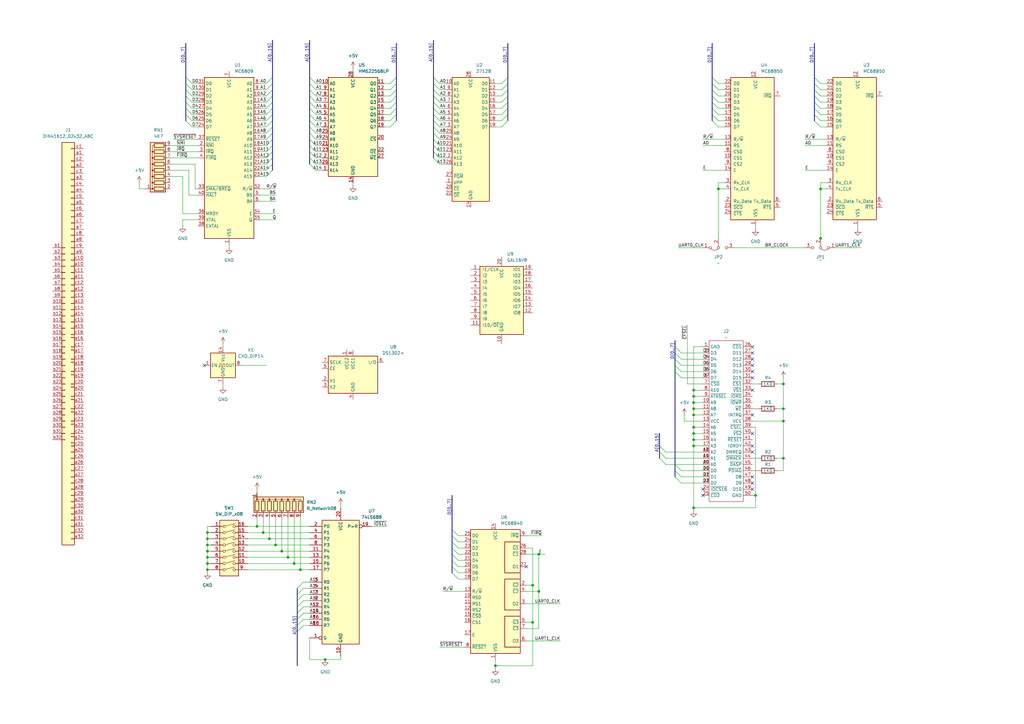
<source format=kicad_sch>
(kicad_sch (version 20231120) (generator "eeschema") (generator_version "8.0")
  (paper "A3")
  (junction (at 203.2 273.05))
  (junction (at 105.41 215.9))
  (junction (at 85.09 233.68))
  (junction (at 110.49 220.98))
  (junction (at 218.44 240.03))
  (junction (at 85.09 226.06))
  (junction (at 85.09 228.6))
  (junction (at 284.48 165.1))
  (junction (at 113.03 223.52))
  (junction (at 123.19 233.68))
  (junction (at 115.57 226.06))
  (junction (at 85.09 231.14))
  (junction (at 284.48 175.26))
  (junction (at 284.48 160.02))
  (junction (at 284.48 208.28))
  (junction (at 336.55 97.79))
  (junction (at 85.09 218.44))
  (junction (at 284.48 162.56))
  (junction (at 220.98 242.57))
  (junction (at 284.48 170.18))
  (junction (at 321.31 167.64))
  (junction (at 107.95 218.44))
  (junction (at 336.55 77.47))
  (junction (at 220.98 227.33))
  (junction (at 321.31 187.96))
  (junction (at 321.31 172.72))
  (junction (at 284.48 180.34))
  (junction (at 218.44 255.27))
  (junction (at 85.09 223.52))
  (junction (at 284.48 177.8))
  (junction (at 118.11 228.6))
  (junction (at 309.88 203.2))
  (junction (at 294.64 77.47))
  (junction (at 120.65 231.14))
  (junction (at 85.09 220.98))
  (junction (at 284.48 167.64))
  (junction (at 133.35 270.51))
  (junction (at 284.48 182.88))
  (junction (at 321.31 157.48))
  (no_connect (at 308.61 177.8))
  (no_connect (at 308.61 160.02))
  (no_connect (at 308.61 154.94))
  (no_connect (at 83.82 149.86))
  (no_connect (at 308.61 147.32))
  (no_connect (at 308.61 198.12))
  (no_connect (at 288.29 203.2))
  (no_connect (at 308.61 200.66))
  (no_connect (at 215.9 232.41))
  (no_connect (at 308.61 152.4))
  (no_connect (at 308.61 144.78))
  (no_connect (at 308.61 185.42))
  (no_connect (at 308.61 170.18))
  (no_connect (at 288.29 200.66))
  (no_connect (at 308.61 149.86))
  (no_connect (at 308.61 195.58))
  (no_connect (at 308.61 182.88))
  (no_connect (at 308.61 142.24))
  (bus_entry (at 177.8 57.15) (size 2.54 2.54))
  (bus_entry (at 334.01 36.83) (size 2.54 2.54))
  (bus_entry (at 121.92 251.46) (size 2.54 -2.54))
  (bus_entry (at 121.92 246.38) (size 2.54 -2.54))
  (bus_entry (at 121.92 259.08) (size 2.54 -2.54))
  (bus_entry (at 270.51 187.96) (size 2.54 2.54))
  (bus_entry (at 185.42 232.41) (size 2.54 2.54))
  (bus_entry (at 292.1 31.75) (size 2.54 2.54))
  (bus_entry (at 111.76 36.83) (size -2.54 2.54))
  (bus_entry (at 111.76 52.07) (size -2.54 2.54))
  (bus_entry (at 185.42 222.25) (size 2.54 2.54))
  (bus_entry (at 177.8 54.61) (size 2.54 2.54))
  (bus_entry (at 111.76 57.15) (size -2.54 2.54))
  (bus_entry (at 127 49.53) (size 2.54 2.54))
  (bus_entry (at 185.42 227.33) (size 2.54 2.54))
  (bus_entry (at 111.76 39.37) (size -2.54 2.54))
  (bus_entry (at 276.86 190.5) (size 2.54 2.54))
  (bus_entry (at 276.86 195.58) (size 2.54 2.54))
  (bus_entry (at 276.86 193.04) (size 2.54 2.54))
  (bus_entry (at 270.51 185.42) (size 2.54 2.54))
  (bus_entry (at 208.28 46.99) (size -2.54 2.54))
  (bus_entry (at 334.01 44.45) (size 2.54 2.54))
  (bus_entry (at 121.92 248.92) (size 2.54 -2.54))
  (bus_entry (at 162.56 46.99) (size -2.54 2.54))
  (bus_entry (at 177.8 46.99) (size 2.54 2.54))
  (bus_entry (at 127 54.61) (size 2.54 2.54))
  (bus_entry (at 127 31.75) (size 2.54 2.54))
  (bus_entry (at 76.2 44.45) (size 2.54 2.54))
  (bus_entry (at 292.1 39.37) (size 2.54 2.54))
  (bus_entry (at 76.2 49.53) (size 2.54 2.54))
  (bus_entry (at 208.28 39.37) (size -2.54 2.54))
  (bus_entry (at 334.01 46.99) (size 2.54 2.54))
  (bus_entry (at 208.28 41.91) (size -2.54 2.54))
  (bus_entry (at 121.92 241.3) (size 2.54 -2.54))
  (bus_entry (at 76.2 36.83) (size 2.54 2.54))
  (bus_entry (at 121.92 254) (size 2.54 -2.54))
  (bus_entry (at 292.1 46.99) (size 2.54 2.54))
  (bus_entry (at 334.01 31.75) (size 2.54 2.54))
  (bus_entry (at 76.2 31.75) (size 2.54 2.54))
  (bus_entry (at 127 59.69) (size 2.54 2.54))
  (bus_entry (at 162.56 36.83) (size -2.54 2.54))
  (bus_entry (at 162.56 44.45) (size -2.54 2.54))
  (bus_entry (at 276.86 152.4) (size 2.54 2.54))
  (bus_entry (at 162.56 31.75) (size -2.54 2.54))
  (bus_entry (at 185.42 219.71) (size 2.54 2.54))
  (bus_entry (at 162.56 49.53) (size -2.54 2.54))
  (bus_entry (at 334.01 41.91) (size 2.54 2.54))
  (bus_entry (at 127 64.77) (size 2.54 2.54))
  (bus_entry (at 111.76 67.31) (size -2.54 2.54))
  (bus_entry (at 162.56 34.29) (size -2.54 2.54))
  (bus_entry (at 111.76 69.85) (size -2.54 2.54))
  (bus_entry (at 177.8 34.29) (size 2.54 2.54))
  (bus_entry (at 177.8 36.83) (size 2.54 2.54))
  (bus_entry (at 334.01 39.37) (size 2.54 2.54))
  (bus_entry (at 111.76 41.91) (size -2.54 2.54))
  (bus_entry (at 185.42 229.87) (size 2.54 2.54))
  (bus_entry (at 111.76 64.77) (size -2.54 2.54))
  (bus_entry (at 111.76 34.29) (size -2.54 2.54))
  (bus_entry (at 162.56 41.91) (size -2.54 2.54))
  (bus_entry (at 111.76 59.69) (size -2.54 2.54))
  (bus_entry (at 208.28 36.83) (size -2.54 2.54))
  (bus_entry (at 127 46.99) (size 2.54 2.54))
  (bus_entry (at 111.76 49.53) (size -2.54 2.54))
  (bus_entry (at 111.76 62.23) (size -2.54 2.54))
  (bus_entry (at 270.51 182.88) (size 2.54 2.54))
  (bus_entry (at 121.92 256.54) (size 2.54 -2.54))
  (bus_entry (at 292.1 44.45) (size 2.54 2.54))
  (bus_entry (at 76.2 39.37) (size 2.54 2.54))
  (bus_entry (at 127 34.29) (size 2.54 2.54))
  (bus_entry (at 292.1 49.53) (size 2.54 2.54))
  (bus_entry (at 162.56 39.37) (size -2.54 2.54))
  (bus_entry (at 111.76 31.75) (size -2.54 2.54))
  (bus_entry (at 76.2 34.29) (size 2.54 2.54))
  (bus_entry (at 121.92 243.84) (size 2.54 -2.54))
  (bus_entry (at 185.42 224.79) (size 2.54 2.54))
  (bus_entry (at 334.01 34.29) (size 2.54 2.54))
  (bus_entry (at 208.28 44.45) (size -2.54 2.54))
  (bus_entry (at 177.8 64.77) (size 2.54 2.54))
  (bus_entry (at 334.01 49.53) (size 2.54 2.54))
  (bus_entry (at 208.28 31.75) (size -2.54 2.54))
  (bus_entry (at 177.8 41.91) (size 2.54 2.54))
  (bus_entry (at 127 52.07) (size 2.54 2.54))
  (bus_entry (at 177.8 62.23) (size 2.54 2.54))
  (bus_entry (at 127 41.91) (size 2.54 2.54))
  (bus_entry (at 127 57.15) (size 2.54 2.54))
  (bus_entry (at 127 39.37) (size 2.54 2.54))
  (bus_entry (at 111.76 46.99) (size -2.54 2.54))
  (bus_entry (at 276.86 149.86) (size 2.54 2.54))
  (bus_entry (at 127 67.31) (size 2.54 2.54))
  (bus_entry (at 127 62.23) (size 2.54 2.54))
  (bus_entry (at 111.76 44.45) (size -2.54 2.54))
  (bus_entry (at 292.1 36.83) (size 2.54 2.54))
  (bus_entry (at 185.42 217.17) (size 2.54 2.54))
  (bus_entry (at 177.8 59.69) (size 2.54 2.54))
  (bus_entry (at 127 44.45) (size 2.54 2.54))
  (bus_entry (at 177.8 52.07) (size 2.54 2.54))
  (bus_entry (at 208.28 49.53) (size -2.54 2.54))
  (bus_entry (at 111.76 54.61) (size -2.54 2.54))
  (bus_entry (at 127 36.83) (size 2.54 2.54))
  (bus_entry (at 177.8 49.53) (size 2.54 2.54))
  (bus_entry (at 185.42 234.95) (size 2.54 2.54))
  (bus_entry (at 208.28 34.29) (size -2.54 2.54))
  (bus_entry (at 276.86 144.78) (size 2.54 2.54))
  (bus_entry (at 177.8 39.37) (size 2.54 2.54))
  (bus_entry (at 177.8 31.75) (size 2.54 2.54))
  (bus_entry (at 76.2 41.91) (size 2.54 2.54))
  (bus_entry (at 76.2 46.99) (size 2.54 2.54))
  (bus_entry (at 276.86 147.32) (size 2.54 2.54))
  (bus_entry (at 276.86 142.24) (size 2.54 2.54))
  (bus_entry (at 177.8 44.45) (size 2.54 2.54))
  (bus_entry (at 292.1 41.91) (size 2.54 2.54))
  (bus_entry (at 292.1 34.29) (size 2.54 2.54))
  (wire (pts (xy 74.93 92.71) (xy 74.93 90.17)))
  (wire (pts (xy 78.74 44.45) (xy 81.28 44.45)))
  (bus (pts (xy 121.92 256.54) (xy 121.92 259.08)))
  (wire (pts (xy 106.68 59.69) (xy 109.22 59.69)))
  (bus (pts (xy 292.1 46.99) (xy 292.1 49.53)))
  (wire (pts (xy 284.48 165.1) (xy 288.29 165.1)))
  (wire (pts (xy 336.55 49.53) (xy 339.09 49.53)))
  (wire (pts (xy 132.08 59.69) (xy 129.54 59.69)))
  (wire (pts (xy 139.7 269.24) (xy 139.7 270.51)))
  (bus (pts (xy 185.42 227.33) (xy 185.42 229.87)))
  (bus (pts (xy 334.01 17.78) (xy 334.01 31.75)))
  (bus (pts (xy 185.42 222.25) (xy 185.42 224.79)))
  (wire (pts (xy 106.68 87.63) (xy 113.03 87.63)))
  (wire (pts (xy 120.65 231.14) (xy 127 231.14)))
  (wire (pts (xy 187.96 232.41) (xy 190.5 232.41)))
  (wire (pts (xy 278.13 101.6) (xy 288.29 101.6)))
  (wire (pts (xy 106.68 46.99) (xy 109.22 46.99)))
  (wire (pts (xy 309.88 175.26) (xy 309.88 203.2)))
  (wire (pts (xy 336.55 36.83) (xy 339.09 36.83)))
  (bus (pts (xy 185.42 217.17) (xy 185.42 219.71)))
  (wire (pts (xy 105.41 215.9) (xy 127 215.9)))
  (bus (pts (xy 76.2 41.91) (xy 76.2 44.45)))
  (wire (pts (xy 127 270.51) (xy 133.35 270.51)))
  (wire (pts (xy 294.64 74.93) (xy 294.64 77.47)))
  (wire (pts (xy 321.31 157.48) (xy 321.31 167.64)))
  (wire (pts (xy 115.57 212.09) (xy 115.57 226.06)))
  (wire (pts (xy 132.08 52.07) (xy 129.54 52.07)))
  (wire (pts (xy 132.08 49.53) (xy 129.54 49.53)))
  (wire (pts (xy 203.2 270.51) (xy 203.2 273.05)))
  (wire (pts (xy 118.11 228.6) (xy 127 228.6)))
  (wire (pts (xy 57.15 74.93) (xy 57.15 77.47)))
  (wire (pts (xy 294.64 34.29) (xy 297.18 34.29)))
  (wire (pts (xy 308.61 187.96) (xy 311.15 187.96)))
  (wire (pts (xy 123.19 212.09) (xy 123.19 233.68)))
  (wire (pts (xy 74.93 87.63) (xy 81.28 87.63)))
  (bus (pts (xy 276.86 139.7) (xy 276.86 142.24)))
  (bus (pts (xy 111.76 59.69) (xy 111.76 62.23)))
  (bus (pts (xy 177.8 59.69) (xy 177.8 62.23)))
  (bus (pts (xy 162.56 34.29) (xy 162.56 36.83)))
  (wire (pts (xy 336.55 74.93) (xy 336.55 77.47)))
  (bus (pts (xy 276.86 142.24) (xy 276.86 144.78)))
  (bus (pts (xy 292.1 34.29) (xy 292.1 36.83)))
  (bus (pts (xy 121.92 251.46) (xy 121.92 254)))
  (wire (pts (xy 284.48 175.26) (xy 288.29 175.26)))
  (wire (pts (xy 69.85 72.39) (xy 74.93 72.39)))
  (wire (pts (xy 80.01 67.31) (xy 80.01 77.47)))
  (wire (pts (xy 74.93 90.17) (xy 81.28 90.17)))
  (wire (pts (xy 71.12 57.15) (xy 81.28 57.15)))
  (wire (pts (xy 182.88 46.99) (xy 180.34 46.99)))
  (wire (pts (xy 101.6 223.52) (xy 113.03 223.52)))
  (wire (pts (xy 78.74 39.37) (xy 81.28 39.37)))
  (wire (pts (xy 220.98 227.33) (xy 223.52 227.33)))
  (wire (pts (xy 297.18 74.93) (xy 294.64 74.93)))
  (wire (pts (xy 101.6 218.44) (xy 107.95 218.44)))
  (bus (pts (xy 334.01 41.91) (xy 334.01 44.45)))
  (wire (pts (xy 342.9 101.6) (xy 353.06 101.6)))
  (wire (pts (xy 321.31 167.64) (xy 321.31 172.72)))
  (bus (pts (xy 121.92 241.3) (xy 121.92 243.84)))
  (bus (pts (xy 292.1 44.45) (xy 292.1 46.99)))
  (wire (pts (xy 124.46 243.84) (xy 127 243.84)))
  (wire (pts (xy 77.47 80.01) (xy 81.28 80.01)))
  (bus (pts (xy 111.76 44.45) (xy 111.76 46.99)))
  (wire (pts (xy 279.4 152.4) (xy 288.29 152.4)))
  (wire (pts (xy 279.4 193.04) (xy 288.29 193.04)))
  (wire (pts (xy 78.74 36.83) (xy 81.28 36.83)))
  (wire (pts (xy 132.08 39.37) (xy 129.54 39.37)))
  (wire (pts (xy 218.44 273.05) (xy 203.2 273.05)))
  (bus (pts (xy 208.28 44.45) (xy 208.28 46.99)))
  (wire (pts (xy 85.09 228.6) (xy 86.36 228.6)))
  (bus (pts (xy 111.76 49.53) (xy 111.76 52.07)))
  (bus (pts (xy 208.28 41.91) (xy 208.28 44.45)))
  (wire (pts (xy 273.05 187.96) (xy 288.29 187.96)))
  (wire (pts (xy 113.03 212.09) (xy 113.03 223.52)))
  (wire (pts (xy 309.88 203.2) (xy 309.88 208.28)))
  (bus (pts (xy 127 59.69) (xy 127 62.23)))
  (wire (pts (xy 336.55 34.29) (xy 339.09 34.29)))
  (wire (pts (xy 107.95 218.44) (xy 127 218.44)))
  (bus (pts (xy 111.76 57.15) (xy 111.76 59.69)))
  (wire (pts (xy 330.2 59.69) (xy 339.09 59.69)))
  (wire (pts (xy 321.31 154.94) (xy 321.31 157.48)))
  (bus (pts (xy 76.2 44.45) (xy 76.2 46.99)))
  (wire (pts (xy 351.79 92.71) (xy 351.79 93.98)))
  (bus (pts (xy 292.1 36.83) (xy 292.1 39.37)))
  (wire (pts (xy 205.74 36.83) (xy 203.2 36.83)))
  (wire (pts (xy 205.74 44.45) (xy 203.2 44.45)))
  (wire (pts (xy 152.4 215.9) (xy 158.75 215.9)))
  (wire (pts (xy 218.44 240.03) (xy 218.44 224.79)))
  (bus (pts (xy 111.76 41.91) (xy 111.76 44.45)))
  (bus (pts (xy 127 57.15) (xy 127 59.69)))
  (wire (pts (xy 69.85 69.85) (xy 77.47 69.85)))
  (bus (pts (xy 276.86 193.04) (xy 276.86 195.58)))
  (wire (pts (xy 205.74 49.53) (xy 203.2 49.53)))
  (wire (pts (xy 132.08 62.23) (xy 129.54 62.23)))
  (wire (pts (xy 182.88 36.83) (xy 180.34 36.83)))
  (wire (pts (xy 294.64 41.91) (xy 297.18 41.91)))
  (bus (pts (xy 270.51 182.88) (xy 270.51 185.42)))
  (bus (pts (xy 292.1 39.37) (xy 292.1 41.91)))
  (wire (pts (xy 160.02 52.07) (xy 157.48 52.07)))
  (bus (pts (xy 208.28 34.29) (xy 208.28 36.83)))
  (wire (pts (xy 336.55 46.99) (xy 339.09 46.99)))
  (wire (pts (xy 273.05 185.42) (xy 288.29 185.42)))
  (wire (pts (xy 321.31 187.96) (xy 321.31 193.04)))
  (bus (pts (xy 292.1 17.78) (xy 292.1 31.75)))
  (wire (pts (xy 284.48 165.1) (xy 284.48 167.64)))
  (wire (pts (xy 284.48 162.56) (xy 284.48 165.1)))
  (wire (pts (xy 69.85 64.77) (xy 81.28 64.77)))
  (bus (pts (xy 111.76 52.07) (xy 111.76 54.61)))
  (wire (pts (xy 284.48 160.02) (xy 284.48 162.56)))
  (wire (pts (xy 187.96 237.49) (xy 190.5 237.49)))
  (bus (pts (xy 292.1 41.91) (xy 292.1 44.45)))
  (bus (pts (xy 292.1 31.75) (xy 292.1 34.29)))
  (wire (pts (xy 69.85 67.31) (xy 80.01 67.31)))
  (wire (pts (xy 336.55 39.37) (xy 339.09 39.37)))
  (wire (pts (xy 85.09 223.52) (xy 86.36 223.52)))
  (wire (pts (xy 133.35 270.51) (xy 139.7 270.51)))
  (bus (pts (xy 185.42 219.71) (xy 185.42 222.25)))
  (wire (pts (xy 187.96 229.87) (xy 190.5 229.87)))
  (wire (pts (xy 300.99 101.6) (xy 330.2 101.6)))
  (bus (pts (xy 127 64.77) (xy 127 67.31)))
  (wire (pts (xy 288.29 69.85) (xy 297.18 69.85)))
  (wire (pts (xy 57.15 77.47) (xy 59.69 77.47)))
  (wire (pts (xy 182.88 57.15) (xy 180.34 57.15)))
  (wire (pts (xy 124.46 256.54) (xy 127 256.54)))
  (wire (pts (xy 294.64 77.47) (xy 294.64 97.79)))
  (wire (pts (xy 284.48 175.26) (xy 284.48 177.8)))
  (bus (pts (xy 177.8 16.51) (xy 177.8 31.75)))
  (wire (pts (xy 85.09 218.44) (xy 85.09 220.98)))
  (wire (pts (xy 215.9 219.71) (xy 222.25 219.71)))
  (wire (pts (xy 215.9 242.57) (xy 220.98 242.57)))
  (wire (pts (xy 308.61 193.04) (xy 311.15 193.04)))
  (wire (pts (xy 85.09 233.68) (xy 86.36 233.68)))
  (wire (pts (xy 78.74 34.29) (xy 81.28 34.29)))
  (wire (pts (xy 85.09 215.9) (xy 85.09 218.44)))
  (wire (pts (xy 205.74 34.29) (xy 203.2 34.29)))
  (wire (pts (xy 308.61 175.26) (xy 309.88 175.26)))
  (wire (pts (xy 106.68 77.47) (xy 113.03 77.47)))
  (wire (pts (xy 124.46 251.46) (xy 127 251.46)))
  (bus (pts (xy 127 54.61) (xy 127 57.15)))
  (wire (pts (xy 308.61 167.64) (xy 311.15 167.64)))
  (wire (pts (xy 205.74 41.91) (xy 203.2 41.91)))
  (wire (pts (xy 85.09 218.44) (xy 86.36 218.44)))
  (wire (pts (xy 205.74 46.99) (xy 203.2 46.99)))
  (wire (pts (xy 284.48 170.18) (xy 284.48 175.26)))
  (wire (pts (xy 187.96 227.33) (xy 190.5 227.33)))
  (wire (pts (xy 85.09 233.68) (xy 85.09 234.95)))
  (wire (pts (xy 132.08 36.83) (xy 129.54 36.83)))
  (bus (pts (xy 208.28 17.78) (xy 208.28 31.75)))
  (wire (pts (xy 308.61 172.72) (xy 321.31 172.72)))
  (wire (pts (xy 93.98 100.33) (xy 93.98 101.6)))
  (wire (pts (xy 106.68 64.77) (xy 109.22 64.77)))
  (wire (pts (xy 160.02 44.45) (xy 157.48 44.45)))
  (wire (pts (xy 203.2 273.05) (xy 203.2 274.32)))
  (bus (pts (xy 270.51 185.42) (xy 270.51 187.96)))
  (bus (pts (xy 276.86 190.5) (xy 276.86 193.04)))
  (wire (pts (xy 132.08 57.15) (xy 129.54 57.15)))
  (wire (pts (xy 85.09 231.14) (xy 86.36 231.14)))
  (wire (pts (xy 85.09 228.6) (xy 85.09 231.14)))
  (wire (pts (xy 86.36 215.9) (xy 85.09 215.9)))
  (wire (pts (xy 284.48 142.24) (xy 284.48 160.02)))
  (wire (pts (xy 78.74 46.99) (xy 81.28 46.99)))
  (bus (pts (xy 276.86 152.4) (xy 276.86 190.5)))
  (wire (pts (xy 218.44 255.27) (xy 218.44 273.05)))
  (wire (pts (xy 279.4 198.12) (xy 288.29 198.12)))
  (wire (pts (xy 132.08 69.85) (xy 129.54 69.85)))
  (wire (pts (xy 91.44 140.97) (xy 91.44 142.24)))
  (wire (pts (xy 182.88 64.77) (xy 180.34 64.77)))
  (wire (pts (xy 336.55 77.47) (xy 336.55 97.79)))
  (wire (pts (xy 187.96 224.79) (xy 190.5 224.79)))
  (wire (pts (xy 218.44 224.79) (xy 215.9 224.79)))
  (bus (pts (xy 76.2 31.75) (xy 76.2 34.29)))
  (wire (pts (xy 284.48 177.8) (xy 284.48 180.34)))
  (bus (pts (xy 76.2 17.78) (xy 76.2 31.75)))
  (wire (pts (xy 284.48 177.8) (xy 288.29 177.8)))
  (wire (pts (xy 91.44 157.48) (xy 91.44 158.75)))
  (wire (pts (xy 339.09 74.93) (xy 336.55 74.93)))
  (wire (pts (xy 124.46 241.3) (xy 127 241.3)))
  (bus (pts (xy 334.01 36.83) (xy 334.01 39.37)))
  (wire (pts (xy 336.55 52.07) (xy 339.09 52.07)))
  (bus (pts (xy 177.8 54.61) (xy 177.8 57.15)))
  (wire (pts (xy 318.77 187.96) (xy 321.31 187.96)))
  (wire (pts (xy 215.9 227.33) (xy 220.98 227.33)))
  (wire (pts (xy 284.48 167.64) (xy 288.29 167.64)))
  (wire (pts (xy 284.48 162.56) (xy 288.29 162.56)))
  (bus (pts (xy 127 52.07) (xy 127 54.61)))
  (wire (pts (xy 160.02 49.53) (xy 157.48 49.53)))
  (wire (pts (xy 132.08 44.45) (xy 129.54 44.45)))
  (bus (pts (xy 334.01 46.99) (xy 334.01 49.53)))
  (wire (pts (xy 182.88 59.69) (xy 180.34 59.69)))
  (wire (pts (xy 182.88 44.45) (xy 180.34 44.45)))
  (wire (pts (xy 132.08 34.29) (xy 129.54 34.29)))
  (wire (pts (xy 106.68 44.45) (xy 109.22 44.45)))
  (wire (pts (xy 288.29 57.15) (xy 297.18 57.15)))
  (wire (pts (xy 276.86 190.5) (xy 288.29 190.5)))
  (wire (pts (xy 182.88 52.07) (xy 180.34 52.07)))
  (wire (pts (xy 120.65 212.09) (xy 120.65 231.14)))
  (wire (pts (xy 288.29 160.02) (xy 284.48 160.02)))
  (wire (pts (xy 78.74 49.53) (xy 81.28 49.53)))
  (bus (pts (xy 127 16.51) (xy 127 31.75)))
  (bus (pts (xy 127 34.29) (xy 127 36.83)))
  (wire (pts (xy 78.74 41.91) (xy 81.28 41.91)))
  (bus (pts (xy 121.92 248.92) (xy 121.92 251.46)))
  (wire (pts (xy 218.44 240.03) (xy 218.44 255.27)))
  (bus (pts (xy 177.8 44.45) (xy 177.8 46.99)))
  (wire (pts (xy 132.08 46.99) (xy 129.54 46.99)))
  (wire (pts (xy 80.01 77.47) (xy 81.28 77.47)))
  (wire (pts (xy 187.96 234.95) (xy 190.5 234.95)))
  (wire (pts (xy 182.88 41.91) (xy 180.34 41.91)))
  (wire (pts (xy 182.88 54.61) (xy 180.34 54.61)))
  (wire (pts (xy 113.03 223.52) (xy 127 223.52)))
  (wire (pts (xy 132.08 54.61) (xy 129.54 54.61)))
  (wire (pts (xy 281.94 133.35) (xy 281.94 157.48)))
  (wire (pts (xy 288.29 182.88) (xy 284.48 182.88)))
  (wire (pts (xy 101.6 233.68) (xy 123.19 233.68)))
  (wire (pts (xy 181.61 242.57) (xy 190.5 242.57)))
  (wire (pts (xy 279.4 147.32) (xy 288.29 147.32)))
  (bus (pts (xy 276.86 144.78) (xy 276.86 147.32)))
  (bus (pts (xy 177.8 57.15) (xy 177.8 59.69)))
  (bus (pts (xy 208.28 36.83) (xy 208.28 39.37)))
  (wire (pts (xy 284.48 182.88) (xy 284.48 208.28)))
  (wire (pts (xy 124.46 248.92) (xy 127 248.92)))
  (wire (pts (xy 205.74 39.37) (xy 203.2 39.37)))
  (wire (pts (xy 294.64 77.47) (xy 297.18 77.47)))
  (wire (pts (xy 115.57 226.06) (xy 127 226.06)))
  (bus (pts (xy 127 36.83) (xy 127 39.37)))
  (wire (pts (xy 160.02 41.91) (xy 157.48 41.91)))
  (wire (pts (xy 180.34 265.43) (xy 190.5 265.43)))
  (wire (pts (xy 220.98 227.33) (xy 220.98 242.57)))
  (bus (pts (xy 111.76 34.29) (xy 111.76 36.83)))
  (bus (pts (xy 111.76 54.61) (xy 111.76 57.15)))
  (bus (pts (xy 111.76 46.99) (xy 111.76 49.53)))
  (wire (pts (xy 77.47 69.85) (xy 77.47 80.01)))
  (bus (pts (xy 162.56 39.37) (xy 162.56 41.91)))
  (wire (pts (xy 160.02 36.83) (xy 157.48 36.83)))
  (wire (pts (xy 309.88 208.28) (xy 284.48 208.28)))
  (wire (pts (xy 284.48 167.64) (xy 284.48 170.18)))
  (wire (pts (xy 276.86 149.86) (xy 276.86 152.4)))
  (bus (pts (xy 76.2 34.29) (xy 76.2 36.83)))
  (bus (pts (xy 208.28 39.37) (xy 208.28 41.91)))
  (bus (pts (xy 111.76 31.75) (xy 111.76 34.29)))
  (wire (pts (xy 106.68 90.17) (xy 113.03 90.17)))
  (bus (pts (xy 127 62.23) (xy 127 64.77)))
  (wire (pts (xy 182.88 49.53) (xy 180.34 49.53)))
  (bus (pts (xy 177.8 62.23) (xy 177.8 64.77)))
  (wire (pts (xy 85.09 231.14) (xy 85.09 233.68)))
  (wire (pts (xy 336.55 97.79) (xy 336.55 99.06)))
  (bus (pts (xy 162.56 44.45) (xy 162.56 46.99)))
  (bus (pts (xy 270.51 177.8) (xy 270.51 182.88)))
  (wire (pts (xy 139.7 207.01) (xy 139.7 208.28)))
  (wire (pts (xy 144.78 74.93) (xy 144.78 76.2)))
  (wire (pts (xy 284.48 180.34) (xy 284.48 182.88)))
  (wire (pts (xy 106.68 62.23) (xy 109.22 62.23)))
  (bus (pts (xy 177.8 34.29) (xy 177.8 36.83)))
  (wire (pts (xy 106.68 34.29) (xy 109.22 34.29)))
  (wire (pts (xy 336.55 44.45) (xy 339.09 44.45)))
  (wire (pts (xy 330.2 57.15) (xy 339.09 57.15)))
  (bus (pts (xy 121.92 246.38) (xy 121.92 248.92)))
  (wire (pts (xy 106.68 49.53) (xy 109.22 49.53)))
  (bus (pts (xy 208.28 31.75) (xy 208.28 34.29)))
  (wire (pts (xy 308.61 203.2) (xy 309.88 203.2)))
  (wire (pts (xy 187.96 219.71) (xy 190.5 219.71)))
  (bus (pts (xy 177.8 36.83) (xy 177.8 39.37)))
  (wire (pts (xy 280.67 172.72) (xy 288.29 172.72)))
  (wire (pts (xy 99.06 149.86) (xy 109.22 149.86)))
  (wire (pts (xy 288.29 59.69) (xy 297.18 59.69)))
  (wire (pts (xy 321.31 193.04) (xy 318.77 193.04)))
  (wire (pts (xy 132.08 41.91) (xy 129.54 41.91)))
  (wire (pts (xy 110.49 212.09) (xy 110.49 220.98)))
  (wire (pts (xy 106.68 54.61) (xy 109.22 54.61)))
  (wire (pts (xy 336.55 77.47) (xy 339.09 77.47)))
  (wire (pts (xy 132.08 67.31) (xy 129.54 67.31)))
  (wire (pts (xy 78.74 52.07) (xy 81.28 52.07)))
  (wire (pts (xy 123.19 233.68) (xy 127 233.68)))
  (wire (pts (xy 182.88 39.37) (xy 180.34 39.37)))
  (wire (pts (xy 294.64 39.37) (xy 297.18 39.37)))
  (bus (pts (xy 121.92 254) (xy 121.92 256.54)))
  (wire (pts (xy 279.4 149.86) (xy 288.29 149.86)))
  (bus (pts (xy 177.8 52.07) (xy 177.8 54.61)))
  (bus (pts (xy 334.01 39.37) (xy 334.01 41.91)))
  (wire (pts (xy 294.64 46.99) (xy 297.18 46.99)))
  (bus (pts (xy 177.8 49.53) (xy 177.8 52.07)))
  (bus (pts (xy 162.56 46.99) (xy 162.56 49.53)))
  (bus (pts (xy 76.2 36.83) (xy 76.2 39.37)))
  (bus (pts (xy 334.01 44.45) (xy 334.01 46.99)))
  (wire (pts (xy 101.6 228.6) (xy 118.11 228.6)))
  (bus (pts (xy 127 49.53) (xy 127 52.07)))
  (wire (pts (xy 308.61 157.48) (xy 311.15 157.48)))
  (bus (pts (xy 127 44.45) (xy 127 46.99)))
  (bus (pts (xy 208.28 46.99) (xy 208.28 49.53)))
  (bus (pts (xy 185.42 224.79) (xy 185.42 227.33)))
  (wire (pts (xy 106.68 57.15) (xy 109.22 57.15)))
  (wire (pts (xy 182.88 34.29) (xy 180.34 34.29)))
  (wire (pts (xy 69.85 59.69) (xy 81.28 59.69)))
  (bus (pts (xy 127 31.75) (xy 127 34.29)))
  (wire (pts (xy 284.48 170.18) (xy 288.29 170.18)))
  (bus (pts (xy 121.92 243.84) (xy 121.92 246.38)))
  (wire (pts (xy 124.46 246.38) (xy 127 246.38)))
  (wire (pts (xy 182.88 67.31) (xy 180.34 67.31)))
  (bus (pts (xy 111.76 39.37) (xy 111.76 41.91)))
  (bus (pts (xy 185.42 232.41) (xy 185.42 234.95)))
  (bus (pts (xy 76.2 46.99) (xy 76.2 49.53)))
  (wire (pts (xy 205.74 52.07) (xy 203.2 52.07)))
  (wire (pts (xy 273.05 190.5) (xy 276.86 190.5)))
  (wire (pts (xy 276.86 152.4) (xy 276.86 157.48)))
  (wire (pts (xy 215.9 240.03) (xy 218.44 240.03)))
  (wire (pts (xy 330.2 69.85) (xy 339.09 69.85)))
  (wire (pts (xy 105.41 212.09) (xy 105.41 215.9)))
  (wire (pts (xy 106.68 80.01) (xy 113.03 80.01)))
  (wire (pts (xy 132.08 64.77) (xy 129.54 64.77)))
  (bus (pts (xy 177.8 41.91) (xy 177.8 44.45)))
  (wire (pts (xy 220.98 242.57) (xy 220.98 257.81)))
  (wire (pts (xy 124.46 238.76) (xy 127 238.76)))
  (bus (pts (xy 111.76 36.83) (xy 111.76 39.37)))
  (wire (pts (xy 160.02 46.99) (xy 157.48 46.99)))
  (wire (pts (xy 101.6 220.98) (xy 110.49 220.98)))
  (wire (pts (xy 294.64 36.83) (xy 297.18 36.83)))
  (wire (pts (xy 105.41 200.66) (xy 105.41 201.93)))
  (wire (pts (xy 101.6 226.06) (xy 115.57 226.06)))
  (wire (pts (xy 160.02 34.29) (xy 157.48 34.29)))
  (wire (pts (xy 106.68 52.07) (xy 109.22 52.07)))
  (bus (pts (xy 276.86 149.86) (xy 276.86 152.4)))
  (wire (pts (xy 215.9 262.89) (xy 229.87 262.89)))
  (bus (pts (xy 162.56 36.83) (xy 162.56 39.37)))
  (bus (pts (xy 76.2 39.37) (xy 76.2 41.91)))
  (wire (pts (xy 336.55 41.91) (xy 339.09 41.91)))
  (wire (pts (xy 294.64 49.53) (xy 297.18 49.53)))
  (wire (pts (xy 284.48 180.34) (xy 288.29 180.34)))
  (bus (pts (xy 177.8 31.75) (xy 177.8 34.29)))
  (wire (pts (xy 309.88 92.71) (xy 309.88 93.98)))
  (bus (pts (xy 185.42 229.87) (xy 185.42 232.41)))
  (wire (pts (xy 288.29 142.24) (xy 284.48 142.24)))
  (wire (pts (xy 69.85 62.23) (xy 81.28 62.23)))
  (wire (pts (xy 288.29 157.48) (xy 281.94 157.48)))
  (wire (pts (xy 106.68 72.39) (xy 109.22 72.39)))
  (wire (pts (xy 182.88 62.23) (xy 180.34 62.23)))
  (wire (pts (xy 106.68 69.85) (xy 109.22 69.85)))
  (bus (pts (xy 334.01 31.75) (xy 334.01 34.29)))
  (bus (pts (xy 162.56 17.78) (xy 162.56 31.75)))
  (wire (pts (xy 85.09 226.06) (xy 86.36 226.06)))
  (wire (pts (xy 106.68 82.55) (xy 113.03 82.55)))
  (bus (pts (xy 111.76 64.77) (xy 111.76 67.31)))
  (wire (pts (xy 280.67 170.18) (xy 280.67 172.72)))
  (wire (pts (xy 321.31 172.72) (xy 321.31 187.96)))
  (bus (pts (xy 276.86 147.32) (xy 276.86 149.86)))
  (wire (pts (xy 106.68 36.83) (xy 109.22 36.83)))
  (wire (pts (xy 85.09 220.98) (xy 86.36 220.98)))
  (bus (pts (xy 162.56 41.91) (xy 162.56 44.45)))
  (wire (pts (xy 284.48 208.28) (xy 284.48 209.55)))
  (wire (pts (xy 74.93 72.39) (xy 74.93 87.63)))
  (wire (pts (xy 279.4 144.78) (xy 288.29 144.78)))
  (bus (pts (xy 127 41.91) (xy 127 44.45)))
  (wire (pts (xy 106.68 41.91) (xy 109.22 41.91)))
  (bus (pts (xy 177.8 39.37) (xy 177.8 41.91)))
  (wire (pts (xy 85.09 220.98) (xy 85.09 223.52)))
  (wire (pts (xy 276.86 147.32) (xy 276.86 149.86)))
  (bus (pts (xy 127 46.99) (xy 127 49.53)))
  (wire (pts (xy 101.6 231.14) (xy 120.65 231.14)))
  (bus (pts (xy 127 39.37) (xy 127 41.91)))
  (wire (pts (xy 318.77 167.64) (xy 321.31 167.64)))
  (wire (pts (xy 318.77 157.48) (xy 321.31 157.48)))
  (wire (pts (xy 118.11 212.09) (xy 118.11 228.6)))
  (wire (pts (xy 279.4 195.58) (xy 288.29 195.58)))
  (bus (pts (xy 121.92 259.08) (xy 121.92 273.05)))
  (wire (pts (xy 144.78 27.94) (xy 144.78 29.21)))
  (wire (pts (xy 187.96 222.25) (xy 190.5 222.25)))
  (wire (pts (xy 294.64 44.45) (xy 297.18 44.45)))
  (wire (pts (xy 279.4 154.94) (xy 288.29 154.94)))
  (wire (pts (xy 110.49 220.98) (xy 127 220.98)))
  (wire (pts (xy 160.02 39.37) (xy 157.48 39.37)))
  (wire (pts (xy 106.68 39.37) (xy 109.22 39.37)))
  (bus (pts (xy 111.76 62.23) (xy 111.76 64.77)))
  (bus (pts (xy 185.42 203.2) (xy 185.42 217.17)))
  (wire (pts (xy 124.46 254) (xy 127 254)))
  (wire (pts (xy 215.9 255.27) (xy 218.44 255.27)))
  (bus (pts (xy 334.01 34.29) (xy 334.01 36.83)))
  (bus (pts (xy 111.76 16.51) (xy 111.76 31.75)))
  (wire (pts (xy 294.64 52.07) (xy 297.18 52.07)))
  (wire (pts (xy 106.68 67.31) (xy 109.22 67.31)))
  (wire (pts (xy 85.09 226.06) (xy 85.09 228.6)))
  (wire (pts (xy 220.98 257.81) (xy 215.9 257.81)))
  (wire (pts (xy 127 261.62) (xy 127 270.51)))
  (wire (pts (xy 85.09 223.52) (xy 85.09 226.06)))
  (wire (pts (xy 107.95 212.09) (xy 107.95 218.44)))
  (wire (pts (xy 101.6 215.9) (xy 105.41 215.9)))
  (wire (pts (xy 215.9 247.65) (xy 229.87 247.65)))
  (bus (pts (xy 111.76 67.31) (xy 111.76 69.85)))
  (bus (pts (xy 177.8 46.99) (xy 177.8 49.53)))
  (bus (pts (xy 162.56 31.75) (xy 162.56 34.29)))
  (label "A8" (at 182.88 54.61 180))
  (label "A11" (at 132.08 62.23 180))
  (label "A0" (at 288.29 190.5 0))
  (label "R{slash}~{W}" (at 181.61 242.57 0))
  (label "A1" (at 288.29 187.96 0))
  (label "A9" (at 182.88 57.15 180))
  (label "D2" (at 78.74 39.37 0))
  (label "A12" (at 132.08 64.77 180))
  (label "A11" (at 106.68 62.23 0))
  (label "A12" (at 182.88 64.77 180))
  (label "A2" (at 132.08 39.37 180))
  (label "~{IOSEL}" (at 158.75 215.9 180))
  (label "D6" (at 78.74 49.53 0))
  (label "A0" (at 288.29 59.69 0))
  (label "A[0..15]" (at 177.8 25.4 90))
  (label "R{slash}~{W}" (at 109.22 77.47 0))
  (label "A0" (at 182.88 34.29 180))
  (label "D3" (at 288.29 144.78 0))
  (label "A9" (at 132.08 57.15 180))
  (label "A13" (at 106.68 67.31 0))
  (label "D5" (at 288.29 149.86 0))
  (label "A8" (at 132.08 54.61 180))
  (label "E" (at 111.76 87.63 0))
  (label "A7" (at 106.68 52.07 0))
  (label "D4" (at 78.74 44.45 0))
  (label "A4" (at 182.88 44.45 180))
  (label "D[0..7]" (at 292.1 19.05 270))
  (label "A0" (at 330.2 59.69 0))
  (label "E" (at 288.29 69.85 0))
  (label "UART1_CLK" (at 229.87 262.89 180))
  (label "A8" (at 106.68 54.61 0))
  (label "E" (at 222.25 227.33 180))
  (label "Q" (at 111.76 90.17 0))
  (label "UART0_CLK" (at 229.87 247.65 180))
  (label "A9" (at 106.68 57.15 0))
  (label "D[0..7]" (at 208.28 19.05 270))
  (label "A15" (at 127 238.76 0))
  (label "R{slash}~{W}" (at 330.2 57.15 0))
  (label "A8" (at 127 256.54 0))
  (label "D7" (at 288.29 154.94 0))
  (label "A15" (at 106.68 72.39 0))
  (label "BS" (at 110.49 80.01 0))
  (label "D1" (at 78.74 36.83 0))
  (label "D1" (at 288.29 195.58 0))
  (label "A13" (at 127 243.84 0))
  (label "UART0_CLK" (at 278.13 101.6 0))
  (label "BA" (at 110.49 82.55 0))
  (label "A1" (at 182.88 36.83 180))
  (label "A4" (at 132.08 44.45 180))
  (label "D6" (at 288.29 152.4 0))
  (label "D0" (at 288.29 193.04 0))
  (label "D5" (at 78.74 46.99 0))
  (label "D4" (at 288.29 147.32 0))
  (label "~{SYSRESET}" (at 180.34 265.43 0))
  (label "A3" (at 132.08 41.91 180))
  (label "A3" (at 106.68 41.91 0))
  (label "A2" (at 182.88 39.37 180))
  (label "A11" (at 182.88 62.23 180))
  (label "~{CFSEL}" (at 281.94 133.35 270))
  (label "A2" (at 106.68 39.37 0))
  (label "A7" (at 132.08 52.07 180))
  (label "A[0..15]" (at 270.51 185.42 90))
  (label "D2" (at 288.29 198.12 0))
  (label "A[0..15]" (at 127 25.4 90))
  (label "D[0..7]" (at 276.86 147.32 90))
  (label "A[0..15]" (at 121.92 260.35 90))
  (label "A14" (at 132.08 69.85 180))
  (label "A12" (at 106.68 64.77 0))
  (label "A5" (at 132.08 46.99 180))
  (label "A1" (at 106.68 36.83 0))
  (label "A11" (at 127 248.92 0))
  (label "~{FIRQ}" (at 222.25 219.71 180))
  (label "A10" (at 132.08 59.69 180))
  (label "A13" (at 132.08 67.31 180))
  (label "A10" (at 127 251.46 0))
  (label "E" (at 330.2 69.85 0))
  (label "R{slash}~{W}" (at 288.29 57.15 0))
  (label "A12" (at 127 246.38 0))
  (label "A[0..15]" (at 111.76 25.4 90))
  (label "A14" (at 106.68 69.85 0))
  (label "D[0..7]" (at 162.56 19.05 270))
  (label "A6" (at 106.68 49.53 0))
  (label "A5" (at 182.88 46.99 180))
  (label "A13" (at 182.88 67.31 180))
  (label "D7" (at 78.74 52.07 0))
  (label "A6" (at 132.08 49.53 180))
  (label "A9" (at 127 254 0))
  (label "A5" (at 106.68 46.99 0))
  (label "D0" (at 78.74 34.29 0))
  (label "A10" (at 182.88 59.69 180))
  (label "A1" (at 132.08 36.83 180))
  (label "D[0..7]" (at 185.42 204.47 270))
  (label "~{NMI}" (at 72.39 59.69 0))
  (label "A0" (at 132.08 34.29 180))
  (label "D[0..7]" (at 76.2 19.05 270))
  (label "D3" (at 78.74 41.91 0))
  (label "A14" (at 127 241.3 0))
  (label "A10" (at 106.68 59.69 0))
  (label "UART1_CLK" (at 353.06 101.6 180))
  (label "~{FIRQ}" (at 72.39 64.77 0))
  (label "A2" (at 288.29 185.42 0))
  (label "A7" (at 182.88 52.07 180))
  (label "D[0..7]" (at 334.01 19.05 270))
  (label "~{IRQ}" (at 72.39 62.23 0))
  (label "~{SYSRESET}" (at 71.12 57.15 0))
  (label "A3" (at 182.88 41.91 180))
  (label "A6" (at 182.88 49.53 180))
  (label "A0" (at 106.68 34.29 0))
  (label "BR_CLOCK" (at 313.69 101.6 0))
  (label "A4" (at 106.68 44.45 0))
  (symbol (lib_id "power:GND") (at 74.93 92.71 0) (unit 1)
    (property "Reference" "#PWR02" (effects (hide yes)))
    (property "Value" "GND" (at 74.93 97.79 0))
    (property "Description" "Power symbol creates a global label with name \"GND\" , ground" (effects (hide yes)))
  )
  (symbol (lib_id "power:+5V") (at 321.31 154.94 0) (unit 1)
    (property "Reference" "#PWR015" (effects (hide yes)))
    (property "Value" "+5V" (at 321.31 149.86 0))
    (property "Description" "Power symbol creates a global label with name \"+5V\"" (effects (hide yes)))
  )
  (symbol (lib_id "Memory_RAM:HM62256BLP") (at 144.78 52.07 0) (unit 1)
    (property "Reference" "U5" (at 146.9741 26.67 0) (effects (justify left)))
    (property "Value" "HM62256BLP" (at 146.9741 29.21 0) (effects (justify left)))
    (property "Footprint" "Package_DIP:DIP-28_W15.24mm" (effects (hide yes)))
    (property "Datasheet" "https://web.mit.edu/6.115/www/document/62256.pdf" (effects (hide yes)))
    (property "Description" "32,768-word × 8-bit High Speed CMOS Static RAM, 70ns, DIP-28" (effects (hide yes)))
  )
  (symbol (lib_id "power:+5V") (at 91.44 140.97 0) (unit 1)
    (property "Reference" "#PWR05" (effects (hide yes)))
    (property "Value" "+5V" (at 91.44 135.89 0))
    (property "Description" "Power symbol creates a global label with name \"+5V\"" (effects (hide yes)))
  )
  (symbol (lib_id "power:GND") (at 85.09 234.95 0) (unit 1)
    (property "Reference" "#PWR07" (effects (hide yes)))
    (property "Value" "GND" (at 85.09 240.03 0))
    (property "Description" "Power symbol creates a global label with name \"GND\" , ground" (effects (hide yes)))
  )
  (symbol (lib_id "power:GND") (at 144.78 76.2 0) (unit 1)
    (property "Reference" "#PWR013" (effects (hide yes)))
    (property "Value" "GND" (at 144.78 81.28 0))
    (property "Description" "Power symbol creates a global label with name \"GND\" , ground" (effects (hide yes)))
  )
  (symbol (lib_id "Bob_Global_Library:DIN41612_02x32_ABC") (at 26.67 140.97 0) (unit 1)
    (property "Reference" "J1" (at 27.94 53.34 0))
    (property "Value" "DIN41612_02x32_ABC" (at 27.94 55.88 0))
    (property "Description" "DIN41612 connector, triple row (ABC), 02x32" (effects (hide yes)))
  )
  (symbol (lib_id "Device:R_Network08") (at 64.77 67.31 90) (unit 1)
    (property "Reference" "RN1" (at 65.024 53.34 90))
    (property "Value" "4K7" (at 65.024 55.88 90))
    (property "Footprint" "Resistor_THT:R_Array_SIP9" (effects (hide yes)))
    (property "Datasheet" "http://www.vishay.com/docs/31509/csc.pdf" (effects (hide yes)))
    (property "Description" "8 resistor network, star topology, bussed resistors, small symbol" (effects (hide yes)))
  )
  (symbol (lib_id "Bob_Global_Library:Compact_Flash True IDE Mode") (at 298.45 171.45 0) (unit 1)
    (property "Reference" "J2" (at 297.815 135.89 0))
    (property "Value" "~" (at 297.815 138.43 0))
  )
  (symbol (lib_id "power:+5V") (at 280.67 170.18 0) (unit 1)
    (property "Reference" "#PWR016" (effects (hide yes)))
    (property "Value" "+5V" (at 280.67 165.1 0))
    (property "Description" "Power symbol creates a global label with name \"+5V\"" (effects (hide yes)))
  )
  (symbol (lib_id "power:GND") (at 133.35 270.51 0) (unit 1)
    (property "Reference" "#PWR08" (effects (hide yes)))
    (property "Value" "GND" (at 133.35 275.59 0))
    (property "Description" "Power symbol creates a global label with name \"GND\" , ground" (effects (hide yes)))
  )
  (symbol (lib_id "power:GND") (at 93.98 101.6 0) (unit 1)
    (property "Reference" "#PWR03" (effects (hide yes)))
    (property "Value" "GND" (at 93.98 106.68 0))
    (property "Description" "Power symbol creates a global label with name \"GND\" , ground" (effects (hide yes)))
  )
  (symbol (lib_id "power:GND") (at 284.48 209.55 0) (unit 1)
    (property "Reference" "#PWR017" (effects (hide yes)))
    (property "Value" "GND" (at 284.48 214.63 0))
    (property "Description" "Power symbol creates a global label with name \"GND\" , ground" (effects (hide yes)))
  )
  (symbol (lib_id "power:+5V") (at 57.15 74.93 0) (unit 1)
    (property "Reference" "#PWR01" (effects (hide yes)))
    (property "Value" "+5V" (at 57.15 69.85 0))
    (property "Description" "Power symbol creates a global label with name \"+5V\"" (effects (hide yes)))
  )
  (symbol (lib_id "Memory_EPROM:27128") (at 193.04 57.15 0) (unit 1)
    (property "Reference" "U2" (at 195.2341 26.67 0) (effects (justify left)))
    (property "Value" "27128" (at 195.2341 29.21 0) (effects (justify left)))
    (property "Footprint" "Package_DIP:DIP-28_W15.24mm" (effects (hide yes)))
    (property "Datasheet" "http://eeshop.unl.edu/pdf/27128.pdf" (effects (hide yes)))
    (property "Description" "UV Erasable EPROM 128 KiBit, [Obsolete 2000-11]" (effects (hide yes)))
  )
  (symbol (lib_id "power:GND") (at 351.79 93.98 0) (unit 1)
    (property "Reference" "#PWR012" (effects (hide yes)))
    (property "Value" "GND" (at 351.79 99.06 0))
    (property "Description" "Power symbol creates a global label with name \"GND\" , ground" (effects (hide yes)))
  )
  (symbol (lib_id "Jumper:Jumper_3_Bridged12") (at 336.55 101.6 180) (unit 1) (exclude_from_sim yes) (in_bom no)
    (property "Reference" "JP1" (at 336.55 105.41 0))
    (property "Value" "~" (at 336.55 106.68 0))
    (property "Description" "Jumper, 3-pole, pins 1+2 closed/bridged" (effects (hide yes)))
  )
  (symbol (lib_id "power:+5V") (at 105.41 200.66 0) (unit 1)
    (property "Reference" "#PWR06" (effects (hide yes)))
    (property "Value" "+5V" (at 105.41 195.58 0))
    (property "Description" "Power symbol creates a global label with name \"+5V\"" (effects (hide yes)))
  )
  (symbol (lib_id "Device:R") (at 314.96 167.64 90) (unit 1)
    (property "Reference" "R3" (at 314.96 165.1 90))
    (property "Value" "1K0" (at 314.96 167.64 90))
    (property "Description" "Resistor" (effects (hide yes)))
  )
  (symbol (lib_id "Interface_UART:MC68B50") (at 351.79 62.23 0) (unit 1)
    (property "Reference" "U3" (at 353.9841 26.67 0) (effects (justify left)))
    (property "Value" "MC68B50" (at 353.9841 29.21 0) (effects (justify left)))
    (property "Footprint" "Package_DIP:DIP-40_W15.24mm" (effects (hide yes)))
    (property "Datasheet" "http://pdf.datasheetcatalog.com/datasheet/motorola/MC6850.pdf" (effects (hide yes)))
    (property "Description" "Asynchronous Communications Interface Adapter 2MHz, DIP-40" (effects (hide yes)))
  )
  (symbol (lib_id "power:+5V") (at 144.78 27.94 0) (unit 1)
    (property "Reference" "#PWR014" (effects (hide yes)))
    (property "Value" "+5V" (at 144.78 22.86 0))
    (property "Description" "Power symbol creates a global label with name \"+5V\"" (effects (hide yes)))
  )
  (symbol (lib_id "Timer_RTC:DS1302+") (at 144.78 153.67 0) (unit 1)
    (property "Reference" "U8" (at 161.29 142.2714 0))
    (property "Value" "DS1302+" (at 161.29 144.8114 0))
    (property "Footprint" "Package_DIP:DIP-8_W7.62mm" (effects (hide yes)))
    (property "Datasheet" "https://datasheets.maximintegrated.com/en/ds/DS1302.pdf" (effects (hide yes)))
    (property "Description" "Trickle-Charge Timekeeping Chip, 2.0V to 5.5V VCC, 0°C to +70°C, DIP-8" (effects (hide yes)))
  )
  (symbol (lib_id "Device:R") (at 314.96 157.48 90) (unit 1)
    (property "Reference" "R4" (at 314.96 154.94 90))
    (property "Value" "1K0" (at 314.96 157.48 90))
    (property "Description" "Resistor" (effects (hide yes)))
  )
  (symbol (lib_id "Device:R") (at 314.96 193.04 90) (unit 1)
    (property "Reference" "R1" (at 314.96 190.5 90))
    (property "Value" "1K0" (at 314.96 193.04 90))
    (property "Description" "Resistor" (effects (hide yes)))
  )
  (symbol (lib_id "power:GND") (at 91.44 158.75 0) (unit 1)
    (property "Reference" "#PWR04" (effects (hide yes)))
    (property "Value" "GND" (at 91.44 163.83 0))
    (property "Description" "Power symbol creates a global label with name \"GND\" , ground" (effects (hide yes)))
  )
  (symbol (lib_id "Switch:SW_DIP_x08") (at 93.98 226.06 0) (unit 1)
    (property "Reference" "SW1" (at 93.98 208.28 0))
    (property "Value" "SW_DIP_x08" (at 93.98 210.82 0))
    (property "Description" "8x DIP Switch, Single Pole Single Throw (SPST) switch, small symbol" (effects (hide yes)))
  )
  (symbol (lib_id "Logic_Programmable:GAL16V8") (at 205.74 123.19 0) (unit 1)
    (property "Reference" "U9" (at 207.9341 104.14 0) (effects (justify left)))
    (property "Value" "GAL16V8" (at 207.9341 106.68 0) (effects (justify left)))
    (property "Description" "Programmable Logic Array, DIP-20/SOIC-20/PLCC-20" (effects (hide yes)))
  )
  (symbol (lib_id "Oscillator:CXO_DIP14") (at 91.44 149.86 0) (unit 1)
    (property "Reference" "X1" (at 102.87 143.5414 0))
    (property "Value" "CXO_DIP14" (at 102.87 146.0814 0))
    (property "Footprint" "Oscillator:Oscillator_DIP-14" (effects (hide yes)))
    (property "Datasheet" "http://cdn-reichelt.de/documents/datenblatt/B400/OSZI.pdf" (effects (hide yes)))
    (property "Description" "Crystal Clock Oscillator, DIP14-style metal package" (effects (hide yes)))
  )
  (symbol (lib_id "Interface:MC68B40") (at 203.2 242.57 0) (unit 1)
    (property "Reference" "U6" (at 205.3941 212.09 0) (effects (justify left)))
    (property "Value" "MC68B40" (at 205.3941 214.63 0) (effects (justify left)))
    (property "Footprint" "Package_DIP:DIP-28_W15.24mm" (effects (hide yes)))
    (property "Datasheet" "http://pdf.datasheetcatalog.com/datasheet/motorola/MC6840.pdf" (effects (hide yes)))
    (property "Description" "Motorola Programmable Timer Module, 2.0MHz, DIP-28" (effects (hide yes)))
  )
  (symbol (lib_id "Jumper:Jumper_3_Bridged12") (at 294.64 101.6 0) (mirror x) (unit 1) (exclude_from_sim yes) (in_bom no)
    (property "Reference" "JP2" (at 294.64 105.41 0))
    (property "Value" "~" (at 294.64 107.95 0))
    (property "Description" "Jumper, 3-pole, pins 1+2 closed/bridged" (effects (hide yes)))
  )
  (symbol (lib_id "power:GND") (at 309.88 93.98 0) (unit 1)
    (property "Reference" "#PWR011" (effects (hide yes)))
    (property "Value" "GND" (at 309.88 99.06 0))
    (property "Description" "Power symbol creates a global label with name \"GND\" , ground" (effects (hide yes)))
  )
  (symbol (lib_id "Interface_UART:MC68B50") (at 309.88 62.23 0) (unit 1)
    (property "Reference" "U4" (at 312.0741 26.67 0) (effects (justify left)))
    (property "Value" "MC68B50" (at 312.0741 29.21 0) (effects (justify left)))
    (property "Footprint" "Package_DIP:DIP-40_W15.24mm" (effects (hide yes)))
    (property "Datasheet" "http://pdf.datasheetcatalog.com/datasheet/motorola/MC6850.pdf" (effects (hide yes)))
    (property "Description" "Asynchronous Communications Interface Adapter 2MHz, DIP-40" (effects (hide yes)))
  )
  (symbol (lib_id "CPU_NXP_6800:MC6809") (at 93.98 64.77 0) (unit 1)
    (property "Reference" "U1" (at 96.1741 26.67 0) (effects (justify left)))
    (property "Value" "MC6809" (at 96.1741 29.21 0) (effects (justify left)))
    (property "Footprint" "Package_DIP:DIP-40_W15.24mm" (effects (hide yes)))
    (property "Datasheet" "http://pdf.datasheetcatalog.com/datasheet/motorola/MC68B09S.pdf" (effects (hide yes)))
    (property "Description" "8-Bit Microprocessing unit 1.0MHz, DIP-40" (effects (hide yes)))
  )
  (symbol (lib_id "Device:R_Network08") (at 115.57 207.01 0) (unit 1)
    (property "Reference" "RN2" (at 125.73 205.9939 0) (effects (justify left)))
    (property "Value" "R_Network08" (at 125.73 208.5339 0) (effects (justify left)))
    (property "Footprint" "Resistor_THT:R_Array_SIP9" (effects (hide yes)))
    (property "Datasheet" "http://www.vishay.com/docs/31509/csc.pdf" (effects (hide yes)))
    (property "Description" "8 resistor network, star topology, bussed resistors, small symbol" (effects (hide yes)))
  )
  (symbol (lib_id "74xx:74LS688") (at 139.7 238.76 0) (unit 1)
    (property "Reference" "U7" (at 152.4 209.5814 0))
    (property "Value" "74LS688" (at 152.4 212.1214 0))
    (property "Datasheet" "http://www.ti.com/lit/gpn/sn74LS688" (effects (hide yes)))
    (property "Description" "8-bit magnitude comparator" (effects (hide yes)))
  )
  (symbol (lib_id "power:GND") (at 203.2 274.32 0) (unit 1)
    (property "Reference" "#PWR010" (effects (hide yes)))
    (property "Value" "GND" (at 203.2 279.4 0))
    (property "Description" "Power symbol creates a global label with name \"GND\" , ground" (effects (hide yes)))
  )
  (symbol (lib_id "Device:R") (at 314.96 187.96 90) (unit 1)
    (property "Reference" "R2" (at 314.96 185.42 90))
    (property "Value" "1K0" (at 314.96 187.96 90))
    (property "Description" "Resistor" (effects (hide yes)))
  )
  (symbol (lib_id "power:+5V") (at 139.7 207.01 0) (unit 1)
    (property "Reference" "#PWR09" (effects (hide yes)))
    (property "Value" "+5V" (at 139.7 201.93 0))
    (property "Description" "Power symbol creates a global label with name \"+5V\"" (effects (hide yes)))
  )
)
</source>
